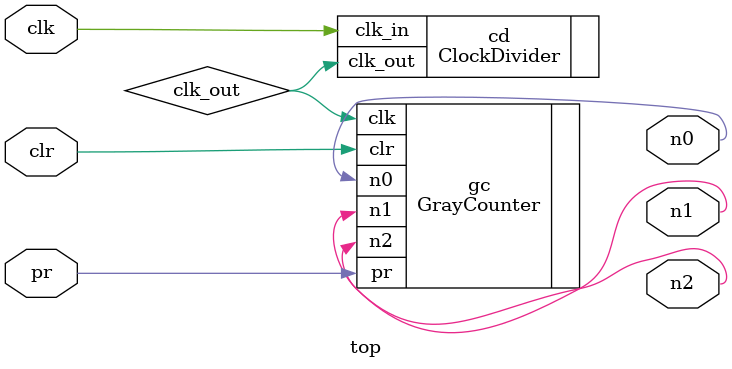
<source format=sv>
`timescale 1ns / 1ps


module top(

        input logic clk,
        input logic clr,
        input logic pr,
        output logic n2,
        output logic n1,
        output logic n0
        );
        
        logic clk_out;
        
        GrayCounter gc (
            .clk(clk_out),
            .clr(clr),
            .pr(pr),
            .n2(n2),
            .n1(n1),
            .n0(n0)
            );
            
            
         ClockDivider cd(
           .clk_in(clk),
           .clk_out(clk_out)
           );
           
endmodule

</source>
